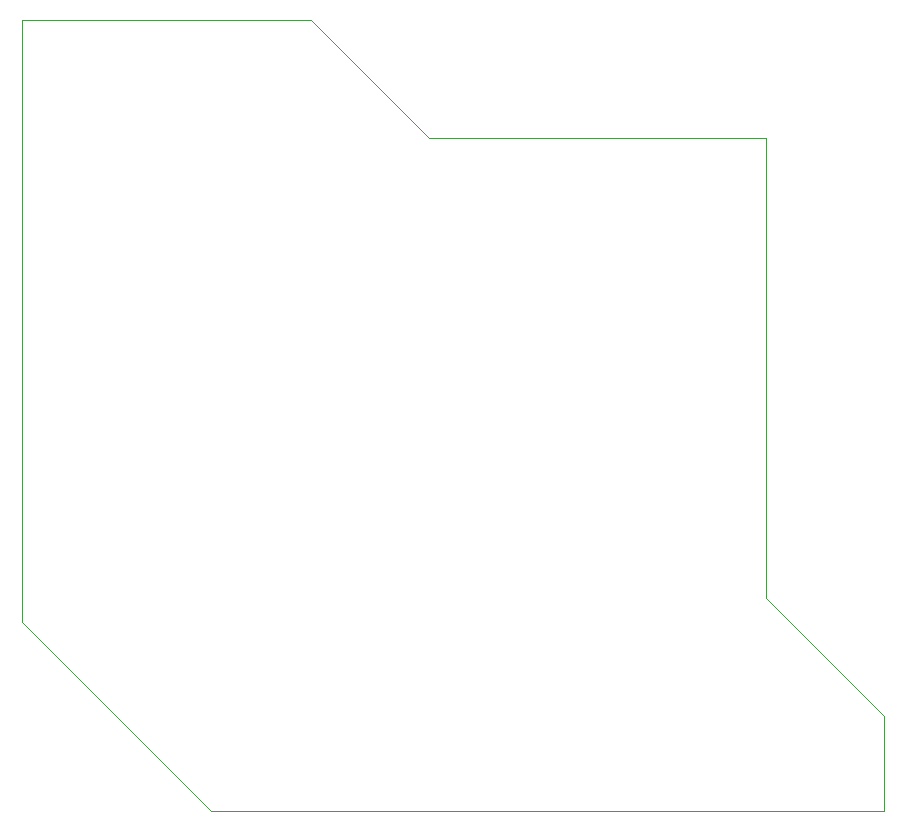
<source format=gbr>
%TF.GenerationSoftware,KiCad,Pcbnew,8.0.3*%
%TF.CreationDate,2024-08-30T12:54:20-04:00*%
%TF.ProjectId,matrix,6d617472-6978-42e6-9b69-6361645f7063,rev?*%
%TF.SameCoordinates,Original*%
%TF.FileFunction,Profile,NP*%
%FSLAX46Y46*%
G04 Gerber Fmt 4.6, Leading zero omitted, Abs format (unit mm)*
G04 Created by KiCad (PCBNEW 8.0.3) date 2024-08-30 12:54:20*
%MOMM*%
%LPD*%
G01*
G04 APERTURE LIST*
%TA.AperFunction,Profile*%
%ADD10C,0.050000*%
%TD*%
G04 APERTURE END LIST*
D10*
X59000000Y-137000000D02*
X116000000Y-137000000D01*
X106000000Y-80000000D02*
X106000000Y-119000000D01*
X116000000Y-137000000D02*
X116000000Y-129000000D01*
X43000000Y-121000000D02*
X43000000Y-70000000D01*
X77500000Y-80000000D02*
X67500000Y-70000000D01*
X116000000Y-129000000D02*
X106000000Y-119000000D01*
X43000000Y-70000000D02*
X67500000Y-70000000D01*
X43000000Y-121000000D02*
X59000000Y-137000000D01*
X106000000Y-80000000D02*
X77500000Y-80000000D01*
M02*

</source>
